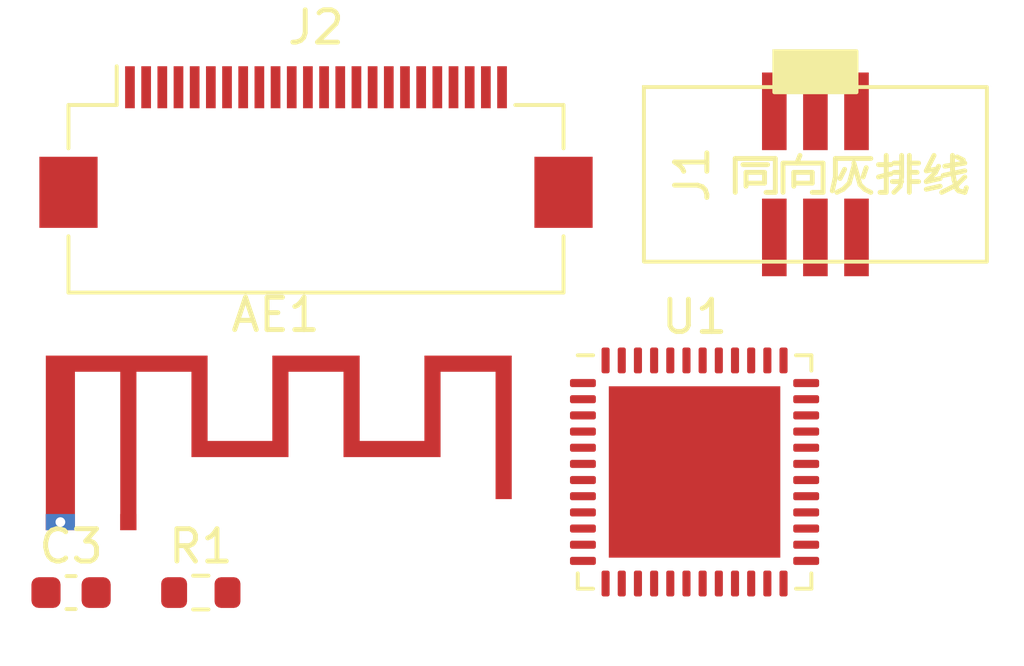
<source format=kicad_pcb>
(kicad_pcb (version 20211014) (generator pcbnew)
  (layers (0 "F.Cu" signal) (31 "B.Cu" signal) (34 "B.Paste" user) (35 "F.Paste" user) (36 "B.SilkS" user "B.Silkscreen") (37 "F.SilkS" user "F.Silkscreen") (38 "B.Mask" user) (39 "F.Mask" user) (44 "Edge.Cuts" user))
  (net 0 "")
  (net 1 "Net-(AE1-Pad1)")
  (net 2 "/EN")
  (net 3 "GND")
  (net 4 "Net-(J1-Pad2)")
  (net 5 "/TX")
  (net 6 "/RX")
  (net 32 "+3V3")
  (net 33 "+3.3VA")
  (footprint "Resistor_SMD:R_0603_1608Metric" (layer "F.Cu") (at 155.59 115.43)
    (fp_text reference "R1" (at 0 -1.43) (layer "F.SilkS"))
    (fp_text value "10k")
    (fp_line (start -0.237258 -0.5225) (end 0.237258 -0.5225) (layer "F.SilkS") (width 0.12))
    (fp_line (start -0.237258 0.5225) (end 0.237258 0.5225) (layer "F.SilkS") (width 0.12))
    (pad "1" smd roundrect (at -0.825 0) (size 0.8 0.95) (layers "F.Cu" "F.Paste" "F.Mask") (net 32 "+3V3"))
    (pad "2" smd roundrect (at 0.825 0) (size 0.8 0.95) (layers "F.Cu" "F.Paste" "F.Mask") (net 2 "/EN"))
  )
  (footprint "Capacitor_SMD:C_0603_1608Metric" (layer "F.Cu") (at 151.58 115.43)
    (fp_text reference "C3" (at 0 -1.43) (layer "F.SilkS"))
    (fp_text value "0.1uF")
    (fp_line (start -0.14058 -0.51) (end 0.14058 -0.51) (layer "F.SilkS") (width 0.12))
    (fp_line (start -0.14058 0.51) (end 0.14058 0.51) (layer "F.SilkS") (width 0.12))
    (pad "1" smd roundrect (at -0.775 0) (size 0.9 0.95) (layers "F.Cu" "F.Paste" "F.Mask") (net 2 "/EN"))
    (pad "2" smd roundrect (at 0.775 0) (size 0.9 0.95) (layers "F.Cu" "F.Paste" "F.Mask") (net 3 "GND"))
  )
  (footprint "Package_DFN_QFN:QFN-48-1EP_7x7mm_P0.5mm_EP5.3x5.3mm" (layer "F.Cu") (at 170.85 111.7)
    (fp_text reference "U1" (at 0 -4.8) (layer "F.SilkS"))
    (fp_text value "ESP32-PICO-D4")
    (fp_line (start -3.135 -3.61) (end -3.61 -3.61) (layer "F.SilkS") (width 0.12))
    (fp_line (start 3.61 3.61) (end 3.61 3.135) (layer "F.SilkS") (width 0.12))
    (fp_line (start 3.135 3.61) (end 3.61 3.61) (layer "F.SilkS") (width 0.12))
    (fp_line (start 3.135 -3.61) (end 3.61 -3.61) (layer "F.SilkS") (width 0.12))
    (fp_line (start -3.135 3.61) (end -3.61 3.61) (layer "F.SilkS") (width 0.12))
    (fp_line (start 3.61 -3.61) (end 3.61 -3.135) (layer "F.SilkS") (width 0.12))
    (fp_line (start -3.61 3.61) (end -3.61 3.135) (layer "F.SilkS") (width 0.12))
    (pad "1" smd roundrect (at -3.45 -2.75) (size 0.8 0.25) (layers "F.Cu" "F.Paste" "F.Mask") (net 33 "+3.3VA"))
    (pad "2" smd roundrect (at -3.45 -2.25) (size 0.8 0.25) (layers "F.Cu" "F.Paste" "F.Mask") (net 1 "Net-(AE1-Pad1)"))
    (pad "3" smd roundrect (at -3.45 -1.75) (size 0.8 0.25) (layers "F.Cu" "F.Paste" "F.Mask") (net 33 "+3.3VA"))
    (pad "4" smd roundrect (at -3.45 -1.25) (size 0.8 0.25) (layers "F.Cu" "F.Paste" "F.Mask") (net 33 "+3.3VA"))
    (pad "5" smd roundrect (at -3.45 -0.75) (size 0.8 0.25) (layers "F.Cu" "F.Paste" "F.Mask"))
    (pad "6" smd roundrect (at -3.45 -0.25) (size 0.8 0.25) (layers "F.Cu" "F.Paste" "F.Mask"))
    (pad "7" smd roundrect (at -3.45 0.25) (size 0.8 0.25) (layers "F.Cu" "F.Paste" "F.Mask"))
    (pad "8" smd roundrect (at -3.45 0.75) (size 0.8 0.25) (layers "F.Cu" "F.Paste" "F.Mask"))
    (pad "9" smd roundrect (at -3.45 1.25) (size 0.8 0.25) (layers "F.Cu" "F.Paste" "F.Mask") (net 2 "/EN"))
    (pad "10" smd roundrect (at -3.45 1.75) (size 0.8 0.25) (layers "F.Cu" "F.Paste" "F.Mask"))
    (pad "11" smd roundrect (at -3.45 2.25) (size 0.8 0.25) (layers "F.Cu" "F.Paste" "F.Mask"))
    (pad "12" smd roundrect (at -3.45 2.75) (size 0.8 0.25) (layers "F.Cu" "F.Paste" "F.Mask"))
    (pad "13" smd roundrect (at -2.75 3.45) (size 0.25 0.8) (layers "F.Cu" "F.Paste" "F.Mask"))
    (pad "14" smd roundrect (at -2.25 3.45) (size 0.25 0.8) (layers "F.Cu" "F.Paste" "F.Mask"))
    (pad "15" smd roundrect (at -1.75 3.45) (size 0.25 0.8) (layers "F.Cu" "F.Paste" "F.Mask"))
    (pad "16" smd roundrect (at -1.25 3.45) (size 0.25 0.8) (layers "F.Cu" "F.Paste" "F.Mask"))
    (pad "17" smd roundrect (at -0.75 3.45) (size 0.25 0.8) (layers "F.Cu" "F.Paste" "F.Mask"))
    (pad "18" smd roundrect (at -0.25 3.45) (size 0.25 0.8) (layers "F.Cu" "F.Paste" "F.Mask"))
    (pad "19" smd roundrect (at 0.25 3.45) (size 0.25 0.8) (layers "F.Cu" "F.Paste" "F.Mask") (net 33 "+3.3VA"))
    (pad "20" smd roundrect (at 0.75 3.45) (size 0.25 0.8) (layers "F.Cu" "F.Paste" "F.Mask"))
    (pad "21" smd roundrect (at 1.25 3.45) (size 0.25 0.8) (layers "F.Cu" "F.Paste" "F.Mask"))
    (pad "22" smd roundrect (at 1.75 3.45) (size 0.25 0.8) (layers "F.Cu" "F.Paste" "F.Mask") (net 5 "/TX"))
    (pad "23" smd roundrect (at 2.25 3.45) (size 0.25 0.8) (layers "F.Cu" "F.Paste" "F.Mask"))
    (pad "24" smd roundrect (at 2.75 3.45) (size 0.25 0.8) (layers "F.Cu" "F.Paste" "F.Mask"))
    (pad "25" smd roundrect (at 3.45 2.75) (size 0.8 0.25) (layers "F.Cu" "F.Paste" "F.Mask"))
    (pad "26" smd roundrect (at 3.45 2.25) (size 0.8 0.25) (layers "F.Cu" "F.Paste" "F.Mask"))
    (pad "27" smd roundrect (at 3.45 1.75) (size 0.8 0.25) (layers "F.Cu" "F.Paste" "F.Mask"))
    (pad "28" smd roundrect (at 3.45 1.25) (size 0.8 0.25) (layers "F.Cu" "F.Paste" "F.Mask"))
    (pad "29" smd roundrect (at 3.45 0.75) (size 0.8 0.25) (layers "F.Cu" "F.Paste" "F.Mask"))
    (pad "30" smd roundrect (at 3.45 0.25) (size 0.8 0.25) (layers "F.Cu" "F.Paste" "F.Mask"))
    (pad "31" smd roundrect (at 3.45 -0.25) (size 0.8 0.25) (layers "F.Cu" "F.Paste" "F.Mask"))
    (pad "32" smd roundrect (at 3.45 -0.75) (size 0.8 0.25) (layers "F.Cu" "F.Paste" "F.Mask"))
    (pad "33" smd roundrect (at 3.45 -1.25) (size 0.8 0.25) (layers "F.Cu" "F.Paste" "F.Mask"))
    (pad "34" smd roundrect (at 3.45 -1.75) (size 0.8 0.25) (layers "F.Cu" "F.Paste" "F.Mask"))
    (pad "35" smd roundrect (at 3.45 -2.25) (size 0.8 0.25) (layers "F.Cu" "F.Paste" "F.Mask"))
    (pad "36" smd roundrect (at 3.45 -2.75) (size 0.8 0.25) (layers "F.Cu" "F.Paste" "F.Mask"))
    (pad "37" smd roundrect (at 2.75 -3.45) (size 0.25 0.8) (layers "F.Cu" "F.Paste" "F.Mask") (net 33 "+3.3VA"))
    (pad "38" smd roundrect (at 2.25 -3.45) (size 0.25 0.8) (layers "F.Cu" "F.Paste" "F.Mask"))
    (pad "39" smd roundrect (at 1.75 -3.45) (size 0.25 0.8) (layers "F.Cu" "F.Paste" "F.Mask"))
    (pad "40" smd roundrect (at 1.25 -3.45) (size 0.25 0.8) (layers "F.Cu" "F.Paste" "F.Mask") (net 6 "/RX"))
    (pad "41" smd roundrect (at 0.75 -3.45) (size 0.25 0.8) (layers "F.Cu" "F.Paste" "F.Mask"))
    (pad "42" smd roundrect (at 0.25 -3.45) (size 0.25 0.8) (layers "F.Cu" "F.Paste" "F.Mask"))
    (pad "43" smd roundrect (at -0.25 -3.45) (size 0.25 0.8) (layers "F.Cu" "F.Paste" "F.Mask") (net 33 "+3.3VA"))
    (pad "44" smd roundrect (at -0.75 -3.45) (size 0.25 0.8) (layers "F.Cu" "F.Paste" "F.Mask"))
    (pad "45" smd roundrect (at -1.25 -3.45) (size 0.25 0.8) (layers "F.Cu" "F.Paste" "F.Mask"))
    (pad "46" smd roundrect (at -1.75 -3.45) (size 0.25 0.8) (layers "F.Cu" "F.Paste" "F.Mask") (net 33 "+3.3VA"))
    (pad "47" smd roundrect (at -2.25 -3.45) (size 0.25 0.8) (layers "F.Cu" "F.Paste" "F.Mask"))
    (pad "48" smd roundrect (at -2.75 -3.45) (size 0.25 0.8) (layers "F.Cu" "F.Paste" "F.Mask"))
    (pad "49" smd rect (at 0 0) (size 5.3 5.3) (layers "F.Cu" "F.Mask") (net 3 "GND"))
  )
  (footprint "RF_Antenna:Texas_SWRA117D_2.4GHz_Right" (layer "F.Cu") (at 153.35 113.25)
    (fp_text reference "AE1" (at 4.55 -6.41) (layer "F.SilkS"))
    (fp_text value "Antenna")
    (fp_poly (pts (xy 2.45 -2.51) (xy 4.45 -2.51) (xy 4.45 -5.15) (xy 7.15 -5.15) (xy 7.15 -2.51) (xy 9.15 -2.51) (xy 9.15 -5.15) (xy 11.85 -5.15) (xy 11.85 -0.71) (xy 11.35 -0.71) (xy 11.35 -4.65) (xy 9.65 -4.65) (xy 9.65 -2.01) (xy 6.65 -2.01) (xy 6.65 -4.65) (xy 4.95 -4.65) (xy 4.95 -2.01) (xy 1.95 -2.01) (xy 1.95 -4.65) (xy 0.25 -4.65) (xy 0.25 0.25) (xy -0.25 0.25) (xy -0.25 -4.65) (xy -1.65 -4.65) (xy -1.65 0.25) (xy -2.55 0.25) (xy -2.55 0.006785) (xy -2.247583 0.006785) (xy -2.237742 0.054395) (xy -2.213674 0.096797) (xy -2.175731 0.129581) (xy -2.167819 0.133935) (xy -2.125156 0.146043) (xy -2.076637 0.1453) (xy -2.031122 0.1324) (xy -2.012511 0.121787) (xy -1.978868 0.086553) (xy -1.958309 0.041368) (xy -1.951778 -0.008158) (xy -1.960218 -0.056417) (xy -1.977112 -0.088643) (xy -2.012372 -0.121313) (xy -2.057682 -0.141408) (xy -2.107267 -0.147982) (xy -2.155353 -0.140092) (xy -2.188245 -0.123186) (xy -2.223185 -0.086416) (xy -2.242847 -0.041622) (xy -2.247583 0.006785) (xy -2.55 0.006785) (xy -2.55 -5.15) (xy 2.45 -5.15) (xy 2.45 -2.51)) (layer "F.Cu") (width 0) (fill solid))
    (pad "1" connect rect (at 0 0) (size 0.5 0.5) (layers "F.Cu") (net 1 "Net-(AE1-Pad1)"))
    (pad "2" thru_hole rect (at -2.1 0) (size 0.9 0.5) (drill 0.3) (layers *.Cu))
  )
  (footprint "KisonNew:IDC_1.27mm_6P" (layer "F.Cu") (at 174.585 102.495)
    (fp_text reference "J1" (at -3.81 0 90 unlocked) (layer "F.SilkS"))
    (fp_text value "ESPProgUART_RX")
    (fp_text user "同向灰排线" (at 1.1176 0.1016 unlocked) (layer "F.SilkS"))
    (fp_rect (start -1.27 -3.81) (end 1.27 -2.54) (layer "F.SilkS") (width 0.12) (fill solid))
    (fp_rect (start -5.3 -2.7) (end 5.3 2.7) (layer "F.SilkS") (width 0.12) (fill none))
    (pad "1" smd rect (at 1.27 -1.95) (size 0.76 2.4) (layers "F.Cu" "F.Paste" "F.Mask") (net 2 "/EN"))
    (pad "2" smd rect (at 1.27 1.95) (size 0.76 2.4) (layers "F.Cu" "F.Paste" "F.Mask") (net 4 "Net-(J1-Pad2)"))
    (pad "3" smd rect (at 0 -1.95) (size 0.76 2.4) (layers "F.Cu" "F.Paste" "F.Mask") (net 5 "/TX"))
    (pad "4" smd rect (at 0 1.95) (size 0.76 2.4) (layers "F.Cu" "F.Paste" "F.Mask") (net 3 "GND"))
    (pad "5" smd rect (at -1.27 -1.95) (size 0.76 2.4) (layers "F.Cu" "F.Paste" "F.Mask") (net 6 "/RX"))
    (pad "6" smd rect (at -1.27 1.95) (size 0.76 2.4) (layers "F.Cu" "F.Paste" "F.Mask"))
  )
  (footprint "Connector_FFC-FPC:Hirose_FH12-24S-0.5SH_1x24-1MP_P0.50mm_Horizontal" (layer "F.Cu") (at 159.15 101.65)
    (fp_text reference "J2" (at 0 -3.7) (layer "F.SilkS"))
    (fp_text value "Conn_01x24_Female")
    (fp_line (start -6.16 -1.3) (end -7.65 -1.3) (layer "F.SilkS") (width 0.12))
    (fp_line (start -7.65 -1.3) (end -7.65 0.04) (layer "F.SilkS") (width 0.12))
    (fp_line (start 7.65 -1.3) (end 7.65 0.04) (layer "F.SilkS") (width 0.12))
    (fp_line (start -7.65 4.5) (end 7.65 4.5) (layer "F.SilkS") (width 0.12))
    (fp_line (start 7.65 4.5) (end 7.65 2.76) (layer "F.SilkS") (width 0.12))
    (fp_line (start -6.16 -1.3) (end -6.16 -2.5) (layer "F.SilkS") (width 0.12))
    (fp_line (start 6.16 -1.3) (end 7.65 -1.3) (layer "F.SilkS") (width 0.12))
    (fp_line (start -7.65 2.76) (end -7.65 4.5) (layer "F.SilkS") (width 0.12))
    (pad "1" smd rect (at -5.75 -1.85) (size 0.3 1.3) (layers "F.Cu" "F.Paste" "F.Mask"))
    (pad "2" smd rect (at -5.25 -1.85) (size 0.3 1.3) (layers "F.Cu" "F.Paste" "F.Mask"))
    (pad "3" smd rect (at -4.75 -1.85) (size 0.3 1.3) (layers "F.Cu" "F.Paste" "F.Mask"))
    (pad "4" smd rect (at -4.25 -1.85) (size 0.3 1.3) (layers "F.Cu" "F.Paste" "F.Mask"))
    (pad "5" smd rect (at -3.75 -1.85) (size 0.3 1.3) (layers "F.Cu" "F.Paste" "F.Mask"))
    (pad "6" smd rect (at -3.25 -1.85) (size 0.3 1.3) (layers "F.Cu" "F.Paste" "F.Mask"))
    (pad "7" smd rect (at -2.75 -1.85) (size 0.3 1.3) (layers "F.Cu" "F.Paste" "F.Mask"))
    (pad "8" smd rect (at -2.25 -1.85) (size 0.3 1.3) (layers "F.Cu" "F.Paste" "F.Mask"))
    (pad "9" smd rect (at -1.75 -1.85) (size 0.3 1.3) (layers "F.Cu" "F.Paste" "F.Mask"))
    (pad "10" smd rect (at -1.25 -1.85) (size 0.3 1.3) (layers "F.Cu" "F.Paste" "F.Mask"))
    (pad "11" smd rect (at -0.75 -1.85) (size 0.3 1.3) (layers "F.Cu" "F.Paste" "F.Mask"))
    (pad "12" smd rect (at -0.25 -1.85) (size 0.3 1.3) (layers "F.Cu" "F.Paste" "F.Mask"))
    (pad "13" smd rect (at 0.25 -1.85) (size 0.3 1.3) (layers "F.Cu" "F.Paste" "F.Mask"))
    (pad "14" smd rect (at 0.75 -1.85) (size 0.3 1.3) (layers "F.Cu" "F.Paste" "F.Mask"))
    (pad "15" smd rect (at 1.25 -1.85) (size 0.3 1.3) (layers "F.Cu" "F.Paste" "F.Mask"))
    (pad "16" smd rect (at 1.75 -1.85) (size 0.3 1.3) (layers "F.Cu" "F.Paste" "F.Mask"))
    (pad "17" smd rect (at 2.25 -1.85) (size 0.3 1.3) (layers "F.Cu" "F.Paste" "F.Mask"))
    (pad "18" smd rect (at 2.75 -1.85) (size 0.3 1.3) (layers "F.Cu" "F.Paste" "F.Mask"))
    (pad "19" smd rect (at 3.25 -1.85) (size 0.3 1.3) (layers "F.Cu" "F.Paste" "F.Mask"))
    (pad "20" smd rect (at 3.75 -1.85) (size 0.3 1.3) (layers "F.Cu" "F.Paste" "F.Mask"))
    (pad "21" smd rect (at 4.25 -1.85) (size 0.3 1.3) (layers "F.Cu" "F.Paste" "F.Mask"))
    (pad "22" smd rect (at 4.75 -1.85) (size 0.3 1.3) (layers "F.Cu" "F.Paste" "F.Mask"))
    (pad "23" smd rect (at 5.25 -1.85) (size 0.3 1.3) (layers "F.Cu" "F.Paste" "F.Mask"))
    (pad "24" smd rect (at 5.75 -1.85) (size 0.3 1.3) (layers "F.Cu" "F.Paste" "F.Mask"))
    (pad "MP" smd rect (at -7.65 1.4) (size 1.8 2.2) (layers "F.Cu" "F.Paste" "F.Mask"))
    (pad "MP" smd rect (at 7.65 1.4) (size 1.8 2.2) (layers "F.Cu" "F.Paste" "F.Mask"))
  )
)
</source>
